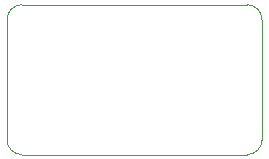
<source format=gbr>
%TF.GenerationSoftware,KiCad,Pcbnew,7.0.9*%
%TF.CreationDate,2024-01-09T19:27:13+00:00*%
%TF.ProjectId,OPA990 Breakout,4f504139-3930-4204-9272-65616b6f7574,V24.01.0.1*%
%TF.SameCoordinates,PX8c7ecc0PY5c0c740*%
%TF.FileFunction,Profile,NP*%
%FSLAX46Y46*%
G04 Gerber Fmt 4.6, Leading zero omitted, Abs format (unit mm)*
G04 Created by KiCad (PCBNEW 7.0.9) date 2024-01-09 19:27:13*
%MOMM*%
%LPD*%
G01*
G04 APERTURE LIST*
%TA.AperFunction,Profile*%
%ADD10C,0.100000*%
%TD*%
G04 APERTURE END LIST*
D10*
X10795000Y6350000D02*
X-8255000Y6350000D01*
X-9525000Y5080000D02*
X-9525000Y-5080000D01*
X10795000Y-6350000D02*
G75*
G03*
X12065000Y-5080000I0J1270000D01*
G01*
X12065000Y5080000D02*
G75*
G03*
X10795000Y6350000I-1270000J0D01*
G01*
X-9525000Y-5080000D02*
G75*
G03*
X-8255000Y-6350000I1270000J0D01*
G01*
X12065000Y5080000D02*
X12065000Y-5080000D01*
X10795000Y-6350000D02*
X-8255000Y-6350000D01*
X-8255000Y6350000D02*
G75*
G03*
X-9525000Y5080000I0J-1270000D01*
G01*
M02*

</source>
